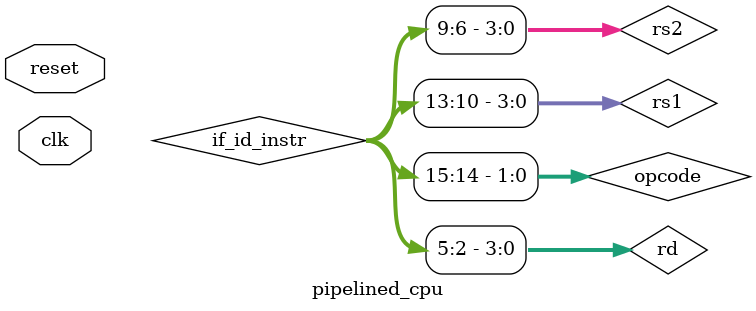
<source format=v>
module pipelined_cpu (
    input clk,
    input reset
);

    reg [3:0] pc;

    // IF stage
    wire [15:0] instr;
    instr_mem imem (.pc(pc), .instr(instr));
    reg [15:0] if_id_instr;

    // ID stage
    wire [3:0] rs1 = if_id_instr[13:10];
    wire [3:0] rs2 = if_id_instr[9:6];
    wire [3:0] rd  = if_id_instr[5:2];
    wire [1:0] opcode = if_id_instr[15:14];

    wire [15:0] rd1, rd2;
    reg_file rf (
        .clk(clk),
        .we(wb_we),
        .ra1(rs1), .ra2(rs2),
        .wa(wb_rd),
        .wd(wb_result),
        .rd1(rd1), .rd2(rd2)
    );

    reg [15:0] id_ex_rd1, id_ex_rd2;
    reg [3:0]  id_ex_rd;
    reg [1:0]  id_ex_opcode;

    
    reg [15:0] ex_result;
    always @(*) begin
        case (id_ex_opcode)
            2'b00: ex_result = id_ex_rd1 + id_ex_rd2; // ADD
            2'b01: ex_result = id_ex_rd1 - id_ex_rd2; // SUB
            2'b10: ex_result = id_ex_rd1 + id_ex_rd2; // LOAD addr calc
            default: ex_result = 0;
        endcase
    end

    // WB stage
    reg [3:0]  wb_rd;
    reg [15:0] wb_result;
    reg        wb_we;

    // Pipeline control
    always @(posedge clk or posedge reset) begin
        if (reset) begin
            pc <= 0;
            if_id_instr <= 0;
            id_ex_rd1 <= 0; id_ex_rd2 <= 0; id_ex_opcode <= 0; id_ex_rd <= 0;
            wb_result <= 0; wb_rd <= 0; wb_we <= 0;
        end else begin
            // Update PC
            pc <= pc + 1;

            // IF/ID pipeline register
            if_id_instr <= instr;

            // ID/EX pipeline register
            id_ex_rd1 <= rd1;
            id_ex_rd2 <= rd2;
            id_ex_opcode <= opcode;
            id_ex_rd <= rd;

            // EX/WB pipeline register
            wb_result <= ex_result;
            wb_rd <= id_ex_rd;
            wb_we <= (id_ex_opcode == 2'b00 || id_ex_opcode == 2'b01);
        end
    end
endmodule

</source>
